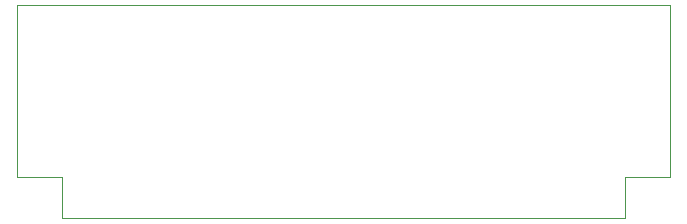
<source format=gm1>
G04 #@! TF.GenerationSoftware,KiCad,Pcbnew,7.0.7*
G04 #@! TF.CreationDate,2023-10-10T05:26:19-05:00*
G04 #@! TF.ProjectId,psio-qsb,7073696f-2d71-4736-922e-6b696361645f,rev?*
G04 #@! TF.SameCoordinates,Original*
G04 #@! TF.FileFunction,Profile,NP*
%FSLAX46Y46*%
G04 Gerber Fmt 4.6, Leading zero omitted, Abs format (unit mm)*
G04 Created by KiCad (PCBNEW 7.0.7) date 2023-10-10 05:26:19*
%MOMM*%
%LPD*%
G01*
G04 APERTURE LIST*
G04 #@! TA.AperFunction,Profile*
%ADD10C,0.100000*%
G04 #@! TD*
G04 APERTURE END LIST*
D10*
X177100000Y-114600000D02*
X121800000Y-114600000D01*
X121800000Y-114600000D02*
X121800000Y-129150000D01*
X173300000Y-129100000D02*
X177100000Y-129100000D01*
X125600000Y-132600000D02*
X173300000Y-132600000D01*
X121800000Y-129150000D02*
X125600000Y-129150000D01*
X173300000Y-132600000D02*
X173300000Y-129100000D01*
X125600000Y-129150000D02*
X125600000Y-132600000D01*
X177100000Y-129100000D02*
X177100000Y-114600000D01*
M02*

</source>
